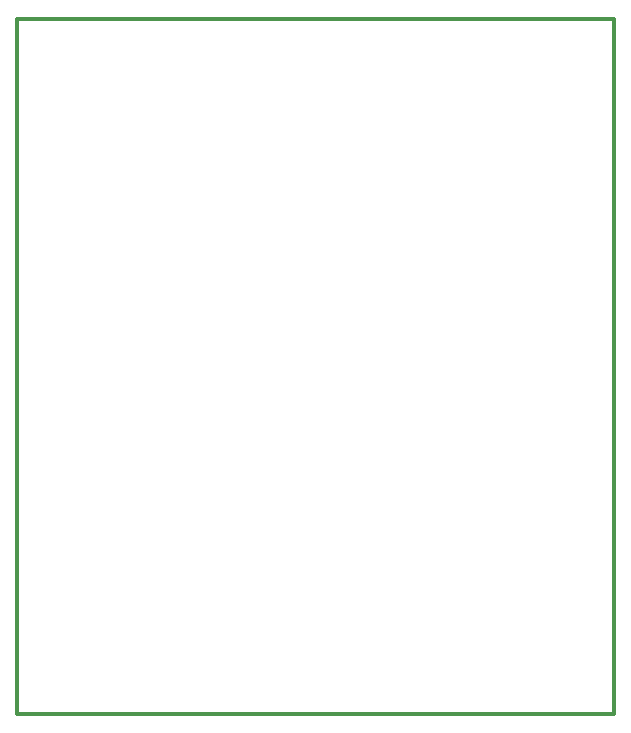
<source format=gbr>
G04 GENERATED BY PULSONIX 10.0 GERBER.DLL 7250*
G04 #@! TF.GenerationSoftware,Pulsonix,Pulsonix,10.0.7250*
G04 #@! TF.CreationDate,2019-09-19T08:44:47--1:00*
G04 #@! TF.Part,Single*
%FSLAX25Y25*%
%LPD*%
%MOIN*%
G04 #@! TF.FileFunction,Legend,Top*
G04 #@! TF.FilePolarity,Positive*
G04 #@! TA.AperFunction,Profile*
%ADD117C,0.01200*%
X0Y0D02*
D02*
D117*
X-97244Y196654D02*
X101969D01*
Y-34843*
X-97244*
Y196654*
X0Y0D02*
M02*

</source>
